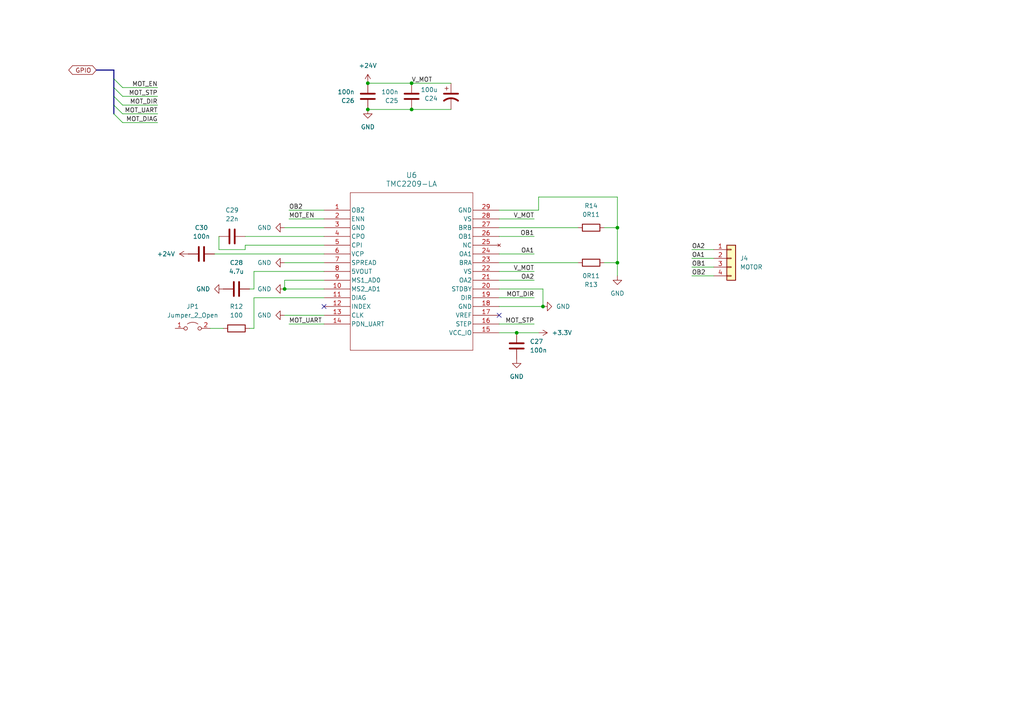
<source format=kicad_sch>
(kicad_sch (version 20230121) (generator eeschema)
  (paper "A4")
  (lib_symbols
    (symbol "Connector_Generic:Conn_01x04" (pin_names (offset 1.016) hide)
      (property "Reference" "J" (at 0 5.08 0))
      (property "Value" "Conn_01x04" (at 0 -7.62 0))
      (symbol "Conn_01x04_1_1"
        (rectangle (start -1.27 -4.953) (end 0 -5.207) (stroke (width 0.1524)))
        (rectangle (start -1.27 -2.413) (end 0 -2.667) (stroke (width 0.1524)))
        (rectangle (start -1.27 0.127) (end 0 -0.127) (stroke (width 0.1524)))
        (rectangle (start -1.27 2.667) (end 0 2.413) (stroke (width 0.1524)))
        (rectangle (start -1.27 3.81) (end 1.27 -6.35) (stroke (width 0.254)) (fill (type background)))
        (pin passive line (at -5.08 2.54 0) (length 3.81) (name "Pin_1") (number "1"))
        (pin passive line (at -5.08 0 0) (length 3.81) (name "Pin_2") (number "2"))
        (pin passive line (at -5.08 -2.54 0) (length 3.81) (name "Pin_3") (number "3"))
        (pin passive line (at -5.08 -5.08 0) (length 3.81) (name "Pin_4") (number "4"))
      )
    )
    (symbol "Device:C" (pin_numbers hide) (pin_names (offset 0.254))
      (property "Reference" "C" (at 0.635 2.54 0))
      (property "Value" "C" (at 0.635 -2.54 0))
      (symbol "C_0_1"
        (polyline (pts (xy -2.032 -0.762) (xy 2.032 -0.762)) (stroke (width 0.508)))
        (polyline (pts (xy -2.032 0.762) (xy 2.032 0.762)) (stroke (width 0.508)))
      )
      (symbol "C_1_1"
        (pin passive line (at 0 3.81 270) (length 2.794) (name "~") (number "1"))
        (pin passive line (at 0 -3.81 90) (length 2.794) (name "~") (number "2"))
      )
    )
    (symbol "Device:C_Polarized_US" (pin_numbers hide) (pin_names (offset 0.254) hide)
      (property "Reference" "C" (at 0.635 2.54 0))
      (property "Value" "C_Polarized_US" (at 0.635 -2.54 0))
      (symbol "C_Polarized_US_0_1"
        (polyline (pts (xy -2.032 0.762) (xy 2.032 0.762)) (stroke (width 0.508)))
        (polyline (pts (xy -1.778 2.286) (xy -0.762 2.286)))
        (polyline (pts (xy -1.27 1.778) (xy -1.27 2.794)))
        (arc (start 2.032 -1.27) (mid 0 -0.5572) (end -2.032 -1.27) (stroke (width 0.508)))
      )
      (symbol "C_Polarized_US_1_1"
        (pin passive line (at 0 3.81 270) (length 2.794) (name "~") (number "1"))
        (pin passive line (at 0 -3.81 90) (length 3.302) (name "~") (number "2"))
      )
    )
    (symbol "Device:R" (pin_numbers hide) (pin_names (offset 0))
      (property "Reference" "R" (at 2.032 0 90))
      (property "Value" "R" (at 0 0 90))
      (symbol "R_0_1"
        (rectangle (start -1.016 -2.54) (end 1.016 2.54) (stroke (width 0.254)))
      )
      (symbol "R_1_1"
        (pin passive line (at 0 3.81 270) (length 1.27) (name "~") (number "1"))
        (pin passive line (at 0 -3.81 90) (length 1.27) (name "~") (number "2"))
      )
    )
    (symbol "Jumper:Jumper_2_Open" (pin_names (offset 0) hide)
      (property "Reference" "JP" (at 0 2.794 0))
      (property "Value" "Jumper_2_Open" (at 0 -2.286 0))
      (symbol "Jumper_2_Open_0_0"
        (circle (center -2.032 0) (radius 0.508))
        (circle (center 2.032 0) (radius 0.508))
      )
      (symbol "Jumper_2_Open_0_1"
        (arc (start 1.524 1.27) (mid 0 1.778) (end -1.524 1.27))
      )
      (symbol "Jumper_2_Open_1_1"
        (pin passive line (at -5.08 0 0) (length 2.54) (name "A") (number "1"))
        (pin passive line (at 5.08 0 180) (length 2.54) (name "B") (number "2"))
      )
    )
    (symbol "power:+24V" (power) (pin_names (offset 0))
      (property "Value" "+24V" (at 0 3.556 0))
      (symbol "+24V_0_1"
        (polyline (pts (xy -0.762 1.27) (xy 0 2.54)))
        (polyline (pts (xy 0 0) (xy 0 2.54)))
        (polyline (pts (xy 0 2.54) (xy 0.762 1.27)))
      )
      (symbol "+24V_1_1"
        (pin power_in line (at 0 0 90) (length 0) hide (name "+24V") (number "1"))
      )
    )
    (symbol "power:+3.3V" (power) (pin_names (offset 0))
      (property "Value" "+3.3V" (at 0 3.556 0))
      (symbol "+3.3V_0_1"
        (polyline (pts (xy -0.762 1.27) (xy 0 2.54)))
        (polyline (pts (xy 0 0) (xy 0 2.54)))
        (polyline (pts (xy 0 2.54) (xy 0.762 1.27)))
      )
      (symbol "+3.3V_1_1"
        (pin power_in line (at 0 0 90) (length 0) hide (name "+3.3V") (number "1"))
      )
    )
    (symbol "power:GND" (power) (pin_names (offset 0))
      (property "Value" "GND" (at 0 -3.81 0))
      (symbol "GND_0_1"
        (polyline (pts (xy 0 0) (xy 0 -1.27) (xy 1.27 -1.27) (xy 0 -2.54) (xy -1.27 -1.27) (xy 0 -1.27)))
      )
      (symbol "GND_1_1"
        (pin power_in line (at 0 0 270) (length 0) hide (name "GND") (number "1"))
      )
    )
    (symbol "symbols:TMC2209-LA" (pin_names (offset 0.254))
      (property "Reference" "U" (at 25.4 10.16 0))
      (property "Value" "TMC2209-LA" (at 25.4 7.62 0))
      (symbol "TMC2209-LA_0_1"
        (polyline (pts (xy 7.62 -40.64) (xy 43.18 -40.64)) (stroke (width 0.127)))
        (polyline (pts (xy 7.62 5.08) (xy 7.62 -40.64)) (stroke (width 0.127)))
        (polyline (pts (xy 43.18 -40.64) (xy 43.18 5.08)) (stroke (width 0.127)))
        (polyline (pts (xy 43.18 5.08) (xy 7.62 5.08)) (stroke (width 0.127)))
        (pin output line (at 0 0 0) (length 7.62) (name "OB2") (number "1"))
        (pin input line (at 0 -22.86 0) (length 7.62) (name "MS2_AD1") (number "10"))
        (pin output line (at 0 -25.4 0) (length 7.62) (name "DIAG") (number "11"))
        (pin output line (at 0 -27.94 0) (length 7.62) (name "INDEX") (number "12"))
        (pin input line (at 0 -30.48 0) (length 7.62) (name "CLK") (number "13"))
        (pin bidirectional line (at 0 -33.02 0) (length 7.62) (name "PDN_UART") (number "14"))
        (pin power_in line (at 50.8 -35.56 180) (length 7.62) (name "VCC_IO") (number "15"))
        (pin input line (at 50.8 -33.02 180) (length 7.62) (name "STEP") (number "16"))
        (pin unspecified line (at 50.8 -30.48 180) (length 7.62) (name "VREF") (number "17"))
        (pin input line (at 50.8 -27.94 180) (length 7.62) (name "GND") (number "18"))
        (pin input line (at 50.8 -25.4 180) (length 7.62) (name "DIR") (number "19"))
        (pin input line (at 0 -2.54 0) (length 7.62) (name "ENN") (number "2"))
        (pin power_in line (at 50.8 -22.86 180) (length 7.62) (name "STDBY") (number "20"))
        (pin output line (at 50.8 -20.32 180) (length 7.62) (name "OA2") (number "21"))
        (pin power_in line (at 50.8 -17.78 180) (length 7.62) (name "VS") (number "22"))
        (pin unspecified line (at 50.8 -15.24 180) (length 7.62) (name "BRA") (number "23"))
        (pin output line (at 50.8 -12.7 180) (length 7.62) (name "OA1") (number "24"))
        (pin no_connect line (at 50.8 -10.16 180) (length 7.62) (name "NC") (number "25"))
        (pin output line (at 50.8 -7.62 180) (length 7.62) (name "OB1") (number "26"))
        (pin unspecified line (at 50.8 -5.08 180) (length 7.62) (name "BRB") (number "27"))
        (pin power_in line (at 50.8 -2.54 180) (length 7.62) (name "VS") (number "28"))
        (pin power_out line (at 50.8 0 180) (length 7.62) (name "GND") (number "29"))
        (pin power_out line (at 0 -5.08 0) (length 7.62) (name "GND") (number "3"))
        (pin output line (at 0 -7.62 0) (length 7.62) (name "CPO") (number "4"))
        (pin input line (at 0 -10.16 0) (length 7.62) (name "CPI") (number "5"))
        (pin power_in line (at 0 -12.7 0) (length 7.62) (name "VCP") (number "6"))
        (pin input line (at 0 -15.24 0) (length 7.62) (name "SPREAD") (number "7"))
        (pin output line (at 0 -17.78 0) (length 7.62) (name "5VOUT") (number "8"))
        (pin input line (at 0 -20.32 0) (length 7.62) (name "MS1_AD0") (number "9"))
      )
    )
  )
  (junction (at 106.68 31.75))
  (junction (at 82.55 83.82))
  (junction (at 149.86 96.52))
  (junction (at 106.68 24.13))
  (junction (at 179.07 76.2))
  (junction (at 157.48 88.9))
  (junction (at 179.07 66.04))
  (junction (at 119.38 24.13))
  (junction (at 119.38 31.75))
  (no_connect (at 144.78 91.44))
  (no_connect (at 93.98 88.9))
  (bus_entry (at 33.02 22.86) (size 2.54 2.54))
  (bus_entry (at 33.02 25.4) (size 2.54 2.54))
  (bus_entry (at 33.02 27.94) (size 2.54 2.54))
  (bus_entry (at 33.02 33.02) (size 2.54 2.54))
  (bus_entry (at 33.02 30.48) (size 2.54 2.54))
  (wire (pts (xy 119.38 24.13) (xy 106.68 24.13)))
  (wire (pts (xy 130.81 31.75) (xy 119.38 31.75)))
  (wire (pts (xy 35.56 33.02) (xy 45.72 33.02)))
  (wire (pts (xy 71.12 71.12) (xy 71.12 72.39)))
  (wire (pts (xy 82.55 81.28) (xy 93.98 81.28)))
  (bus (pts (xy 33.02 27.94) (xy 33.02 25.4)))
  (wire (pts (xy 93.98 71.12) (xy 71.12 71.12)))
  (wire (pts (xy 179.07 66.04) (xy 179.07 76.2)))
  (wire (pts (xy 93.98 86.36) (xy 73.66 86.36)))
  (wire (pts (xy 154.94 73.66) (xy 144.78 73.66)))
  (wire (pts (xy 130.81 24.13) (xy 119.38 24.13)))
  (wire (pts (xy 175.26 76.2) (xy 179.07 76.2)))
  (wire (pts (xy 82.55 83.82) (xy 93.98 83.82)))
  (wire (pts (xy 157.48 83.82) (xy 157.48 88.9)))
  (wire (pts (xy 83.82 93.98) (xy 93.98 93.98)))
  (wire (pts (xy 144.78 86.36) (xy 154.94 86.36)))
  (wire (pts (xy 73.66 95.25) (xy 72.39 95.25)))
  (wire (pts (xy 175.26 66.04) (xy 179.07 66.04)))
  (wire (pts (xy 35.56 30.48) (xy 45.72 30.48)))
  (wire (pts (xy 179.07 76.2) (xy 179.07 80.01)))
  (wire (pts (xy 144.78 83.82) (xy 157.48 83.82)))
  (wire (pts (xy 71.12 68.58) (xy 93.98 68.58)))
  (wire (pts (xy 144.78 93.98) (xy 154.94 93.98)))
  (wire (pts (xy 82.55 91.44) (xy 93.98 91.44)))
  (wire (pts (xy 83.82 60.96) (xy 93.98 60.96)))
  (bus (pts (xy 33.02 22.86) (xy 33.02 20.32)))
  (wire (pts (xy 73.66 86.36) (xy 73.66 95.25)))
  (wire (pts (xy 60.96 95.25) (xy 64.77 95.25)))
  (wire (pts (xy 154.94 68.58) (xy 144.78 68.58)))
  (wire (pts (xy 144.78 66.04) (xy 167.64 66.04)))
  (wire (pts (xy 119.38 31.75) (xy 106.68 31.75)))
  (wire (pts (xy 144.78 88.9) (xy 157.48 88.9)))
  (wire (pts (xy 179.07 57.15) (xy 179.07 66.04)))
  (wire (pts (xy 156.21 57.15) (xy 179.07 57.15)))
  (wire (pts (xy 154.94 81.28) (xy 144.78 81.28)))
  (wire (pts (xy 200.66 74.93) (xy 207.01 74.93)))
  (wire (pts (xy 200.66 77.47) (xy 207.01 77.47)))
  (wire (pts (xy 73.66 78.74) (xy 93.98 78.74)))
  (wire (pts (xy 71.12 72.39) (xy 63.5 72.39)))
  (wire (pts (xy 73.66 83.82) (xy 73.66 78.74)))
  (bus (pts (xy 33.02 30.48) (xy 33.02 27.94)))
  (wire (pts (xy 200.66 72.39) (xy 207.01 72.39)))
  (wire (pts (xy 156.21 60.96) (xy 144.78 60.96)))
  (wire (pts (xy 35.56 27.94) (xy 45.72 27.94)))
  (wire (pts (xy 63.5 72.39) (xy 63.5 68.58)))
  (wire (pts (xy 82.55 66.04) (xy 93.98 66.04)))
  (wire (pts (xy 154.94 63.5) (xy 144.78 63.5)))
  (wire (pts (xy 72.39 83.82) (xy 73.66 83.82)))
  (wire (pts (xy 154.94 78.74) (xy 144.78 78.74)))
  (wire (pts (xy 200.66 80.01) (xy 207.01 80.01)))
  (wire (pts (xy 149.86 96.52) (xy 156.21 96.52)))
  (bus (pts (xy 27.94 20.32) (xy 33.02 20.32)))
  (wire (pts (xy 156.21 57.15) (xy 156.21 60.96)))
  (wire (pts (xy 144.78 96.52) (xy 149.86 96.52)))
  (wire (pts (xy 82.55 76.2) (xy 93.98 76.2)))
  (bus (pts (xy 33.02 30.48) (xy 33.02 33.02)))
  (bus (pts (xy 33.02 25.4) (xy 33.02 22.86)))
  (wire (pts (xy 144.78 76.2) (xy 167.64 76.2)))
  (wire (pts (xy 35.56 25.4) (xy 45.72 25.4)))
  (wire (pts (xy 83.82 63.5) (xy 93.98 63.5)))
  (wire (pts (xy 62.23 73.66) (xy 93.98 73.66)))
  (wire (pts (xy 35.56 35.56) (xy 45.72 35.56)))
  (wire (pts (xy 82.55 81.28) (xy 82.55 83.82)))
  (label "OA2" (at 200.66 72.39 0))
  (label "MOT_DIR" (at 45.72 30.48 180))
  (label "MOT_STP" (at 154.94 93.98 180))
  (label "MOT_UART" (at 83.82 93.98 0))
  (label "OB2" (at 200.66 80.01 0))
  (label "MOT_DIR" (at 154.94 86.36 180))
  (label "OA1" (at 200.66 74.93 0))
  (label "MOT_EN" (at 45.72 25.4 180))
  (label "MOT_STP" (at 45.72 27.94 180))
  (label "MOT_EN" (at 83.82 63.5 0))
  (label "V_MOT" (at 154.94 78.74 180))
  (label "OB1" (at 154.94 68.58 180))
  (label "MOT_DIAG" (at 45.72 35.56 180))
  (label "OA1" (at 154.94 73.66 180))
  (label "OA2" (at 154.94 81.28 180))
  (label "OB2" (at 83.82 60.96 0))
  (label "MOT_UART" (at 45.72 33.02 180))
  (label "V_MOT" (at 154.94 63.5 180))
  (label "V_MOT" (at 119.38 24.13 0))
  (label "OB1" (at 200.66 77.47 0))
  (global_label "GPIO" (shape bidirectional) (at 27.94 20.32 180) (property "Intersheetrefs" "${INTERSHEET_REFS}" (effects hide)))
  (symbol (lib_id "power:GND") (at 157.48 88.9 90) (unit 1)
    (property "Reference" "#PWR045" (effects hide))
    (property "Value" "GND" (at 161.29 88.9 90) (effects (justify right)))
  )
  (symbol (lib_id "Jumper:Jumper_2_Open") (at 55.88 95.25 0) (unit 1)
    (property "Reference" "JP1" (at 55.88 88.9 0))
    (property "Value" "Jumper_2_Open" (at 55.88 91.44 0))
  )
  (symbol (lib_id "symbols:TMC2209-LA") (at 93.98 60.96 0) (unit 1)
    (property "Reference" "U6" (at 119.38 50.8 0) (effects (font (size 1.524 1.524))))
    (property "Value" "TMC2209-LA" (at 119.38 53.34 0) (effects (font (size 1.524 1.524))))
    (property "Footprint" "QFN28_5X5_TRI" (effects hide))
    (property "Datasheet" "TMC2209-LA" (effects hide))
  )
  (symbol (lib_id "Device:C") (at 119.38 27.94 0) (unit 1)
    (property "Reference" "C25" (at 115.57 29.21 0) (effects (justify right)))
    (property "Value" "100n" (at 115.57 26.67 0) (effects (justify right)))
  )
  (symbol (lib_id "Device:C") (at 58.42 73.66 90) (unit 1)
    (property "Reference" "C30" (at 58.42 66.04 90))
    (property "Value" "100n" (at 58.42 68.58 90))
  )
  (symbol (lib_id "Device:C") (at 149.86 100.33 0) (unit 1)
    (property "Reference" "C27" (at 153.67 99.06 0) (effects (justify left)))
    (property "Value" "100n" (at 153.67 101.6 0) (effects (justify left)))
  )
  (symbol (lib_id "Device:C_Polarized_US") (at 130.81 27.94 0) (unit 1)
    (property "Reference" "C24" (at 127 28.575 0) (effects (justify right)))
    (property "Value" "100u" (at 127 26.035 0) (effects (justify right)))
  )
  (symbol (lib_id "power:+24V") (at 54.61 73.66 90) (unit 1)
    (property "Reference" "#PWR048" (effects hide))
    (property "Value" "+24V" (at 50.8 73.66 90) (effects (justify left)))
  )
  (symbol (lib_id "Device:R") (at 171.45 66.04 90) (unit 1)
    (property "Reference" "R14" (at 171.45 59.69 90))
    (property "Value" "0R11" (at 171.45 62.23 90))
  )
  (symbol (lib_id "power:GND") (at 106.68 31.75 0) (unit 1)
    (property "Reference" "#PWR042" (effects hide))
    (property "Value" "GND" (at 106.68 36.83 0))
  )
  (symbol (lib_id "Device:C") (at 68.58 83.82 90) (unit 1)
    (property "Reference" "C28" (at 68.58 76.2 90))
    (property "Value" "4.7u" (at 68.58 78.74 90))
  )
  (symbol (lib_id "Device:C") (at 67.31 68.58 90) (unit 1)
    (property "Reference" "C29" (at 67.31 60.96 90))
    (property "Value" "22n" (at 67.31 63.5 90))
  )
  (symbol (lib_id "power:GND") (at 82.55 76.2 270) (unit 1)
    (property "Reference" "#PWR040" (effects hide))
    (property "Value" "GND" (at 78.74 76.2 90) (effects (justify right)))
  )
  (symbol (lib_id "power:GND") (at 179.07 80.01 0) (unit 1)
    (property "Reference" "#PWR049" (effects hide))
    (property "Value" "GND" (at 179.07 85.09 0))
  )
  (symbol (lib_id "power:GND") (at 82.55 66.04 270) (unit 1)
    (property "Reference" "#PWR036" (effects hide))
    (property "Value" "GND" (at 78.74 66.04 90) (effects (justify right)))
  )
  (symbol (lib_id "power:+24V") (at 106.68 24.13 0) (unit 1)
    (property "Reference" "#PWR041" (effects hide))
    (property "Value" "+24V" (at 106.68 19.05 0))
  )
  (symbol (lib_id "power:GND") (at 149.86 104.14 0) (unit 1)
    (property "Reference" "#PWR044" (effects hide))
    (property "Value" "GND" (at 149.86 109.22 0))
  )
  (symbol (lib_id "Device:R") (at 68.58 95.25 90) (unit 1)
    (property "Reference" "R12" (at 68.58 88.9 90))
    (property "Value" "100" (at 68.58 91.44 90))
  )
  (symbol (lib_id "Device:C") (at 106.68 27.94 0) (unit 1)
    (property "Reference" "C26" (at 102.87 29.21 0) (effects (justify right)))
    (property "Value" "100n" (at 102.87 26.67 0) (effects (justify right)))
  )
  (symbol (lib_id "power:GND") (at 82.55 91.44 270) (unit 1)
    (property "Reference" "#PWR046" (effects hide))
    (property "Value" "GND" (at 78.74 91.44 90) (effects (justify right)))
  )
  (symbol (lib_id "power:GND") (at 64.77 83.82 270) (unit 1)
    (property "Reference" "#PWR047" (effects hide))
    (property "Value" "GND" (at 60.96 83.82 90) (effects (justify right)))
  )
  (symbol (lib_id "Device:R") (at 171.45 76.2 270) (mirror x) (unit 1)
    (property "Reference" "R13" (at 171.45 82.55 90))
    (property "Value" "0R11" (at 171.45 80.01 90))
  )
  (symbol (lib_id "power:+3.3V") (at 156.21 96.52 270) (unit 1)
    (property "Reference" "#PWR043" (effects hide))
    (property "Value" "+3.3V" (at 160.02 96.52 90) (effects (justify left)))
  )
  (symbol (lib_id "power:GND") (at 82.55 83.82 270) (unit 1)
    (property "Reference" "#PWR038" (effects hide))
    (property "Value" "GND" (at 78.74 83.82 90) (effects (justify right)))
  )
  (symbol (lib_id "Connector_Generic:Conn_01x04") (at 212.09 74.93 0) (unit 1)
    (property "Reference" "J4" (at 214.63 74.93 0) (effects (justify left)))
    (property "Value" "MOTOR" (at 214.63 77.47 0) (effects (justify left)))
    (property "Footprint" "Connector_JST:JST_PH_S4B-PH-K_1x04_P2.00mm_Horizontal" (effects hide))
  )
)
</source>
